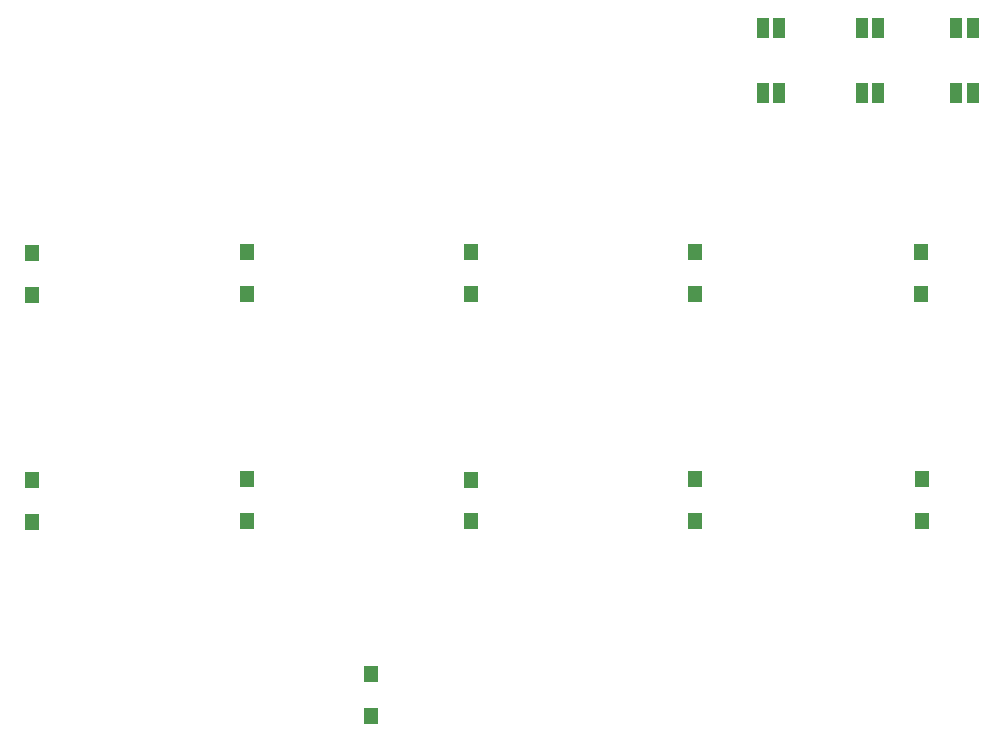
<source format=gbr>
%TF.GenerationSoftware,KiCad,Pcbnew,(5.1.12-1-10_14)*%
%TF.CreationDate,2021-12-05T15:19:09+09:00*%
%TF.ProjectId,PicoRubyMacroPad,5069636f-5275-4627-994d-6163726f5061,rev?*%
%TF.SameCoordinates,Original*%
%TF.FileFunction,Paste,Bot*%
%TF.FilePolarity,Positive*%
%FSLAX46Y46*%
G04 Gerber Fmt 4.6, Leading zero omitted, Abs format (unit mm)*
G04 Created by KiCad (PCBNEW (5.1.12-1-10_14)) date 2021-12-05 15:19:09*
%MOMM*%
%LPD*%
G01*
G04 APERTURE LIST*
%ADD10R,1.300000X1.400000*%
%ADD11R,1.000000X1.700000*%
G04 APERTURE END LIST*
D10*
%TO.C,D11*%
X105900000Y-119925000D03*
X105900000Y-123475000D03*
%TD*%
%TO.C,D10*%
X152600000Y-103425000D03*
X152600000Y-106975000D03*
%TD*%
%TO.C,D9*%
X133400000Y-103425000D03*
X133400000Y-106975000D03*
%TD*%
%TO.C,D8*%
X114400000Y-103450000D03*
X114400000Y-107000000D03*
%TD*%
%TO.C,D7*%
X95400000Y-103425000D03*
X95400000Y-106975000D03*
%TD*%
%TO.C,D6*%
X77200000Y-103500000D03*
X77200000Y-107050000D03*
%TD*%
%TO.C,D5*%
X152500000Y-84225000D03*
X152500000Y-87775000D03*
%TD*%
%TO.C,D4*%
X133400000Y-84225000D03*
X133400000Y-87775000D03*
%TD*%
%TO.C,D3*%
X114400000Y-84225000D03*
X114400000Y-87775000D03*
%TD*%
%TO.C,D2*%
X95400000Y-84225000D03*
X95400000Y-87775000D03*
%TD*%
%TO.C,D1*%
X77200000Y-84300000D03*
X77200000Y-87850000D03*
%TD*%
D11*
%TO.C,LED3*%
X156900000Y-70700000D03*
X155500000Y-70700000D03*
X156900000Y-65200000D03*
X155500000Y-65200000D03*
%TD*%
%TO.C,LED2*%
X148900000Y-70700000D03*
X147500000Y-70700000D03*
X148900000Y-65200000D03*
X147500000Y-65200000D03*
%TD*%
%TO.C,LED1*%
X140500000Y-70700000D03*
X139100000Y-70700000D03*
X140500000Y-65200000D03*
X139100000Y-65200000D03*
%TD*%
M02*

</source>
